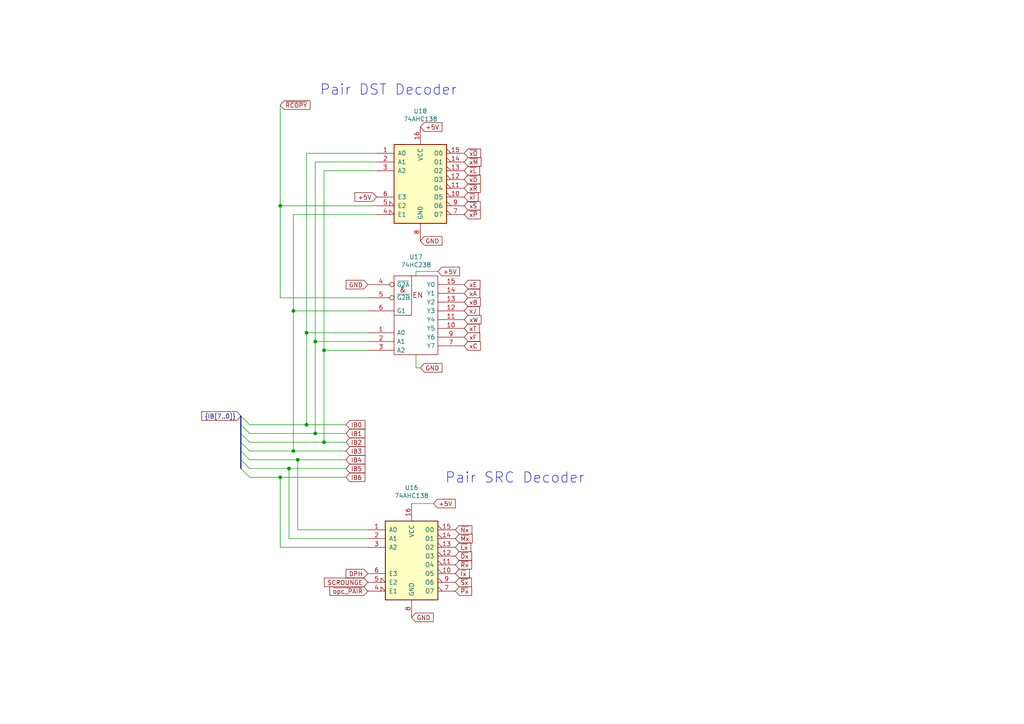
<source format=kicad_sch>
(kicad_sch (version 20231120) (generator "eeschema") (generator_version "8.0")
  (paper "A4")
  (title_block (title "Myth Microcontroller Project") (date "2024-09-21") (rev "1") (company "Picwok.com") (comment 1 "Project Contact: mim@ok-schalter.de (Michael)") (comment 2 "Author: Copyr. 2024 Michael Mangelsdorf/Dosflange@github") (comment 3 "Instruction Decoder Module") (comment 4 "PAIR Decoder"))
  (lib_symbols
    (symbol "74xx:74LS138" (pin_names (offset 1.016))
      (property "Reference" "U" (at -7.62 11.43 0))
      (property "Value" "74LS138" (at -7.62 -13.97 0))
      (symbol "74LS138_1_0"
        (pin input line (at -12.7 7.62 0) (length 5.08) (name "A0") (number "1"))
        (pin output output_low (at 12.7 -5.08 180) (length 5.08) (name "O5") (number "10"))
        (pin output output_low (at 12.7 -2.54 180) (length 5.08) (name "O4") (number "11"))
        (pin output output_low (at 12.7 0 180) (length 5.08) (name "O3") (number "12"))
        (pin output output_low (at 12.7 2.54 180) (length 5.08) (name "O2") (number "13"))
        (pin output output_low (at 12.7 5.08 180) (length 5.08) (name "O1") (number "14"))
        (pin output output_low (at 12.7 7.62 180) (length 5.08) (name "O0") (number "15"))
        (pin power_in line (at 0 15.24 270) (length 5.08) (name "VCC") (number "16"))
        (pin input line (at -12.7 5.08 0) (length 5.08) (name "A1") (number "2"))
        (pin input line (at -12.7 2.54 0) (length 5.08) (name "A2") (number "3"))
        (pin input input_low (at -12.7 -10.16 0) (length 5.08) (name "E1") (number "4"))
        (pin input input_low (at -12.7 -7.62 0) (length 5.08) (name "E2") (number "5"))
        (pin input line (at -12.7 -5.08 0) (length 5.08) (name "E3") (number "6"))
        (pin output output_low (at 12.7 -10.16 180) (length 5.08) (name "O7") (number "7"))
        (pin power_in line (at 0 -17.78 90) (length 5.08) (name "GND") (number "8"))
        (pin output output_low (at 12.7 -7.62 180) (length 5.08) (name "O6") (number "9"))
      )
      (symbol "74LS138_1_1"
        (rectangle (start -7.62 10.16) (end 7.62 -12.7) (stroke (width 0.254)) (fill (type background)))
      )
    )
    (symbol "74xx_IEEE:74HC238" (pin_names (offset 0.762))
      (property "Reference" "U" (at 3.81 8.89 0))
      (property "Value" "74HC238" (at 8.89 -16.51 0))
      (symbol "74HC238_0_0"
        (text "&" (at -3.81 3.556 0) (effects (font (size 1.524 1.524))))
        (text "EN" (at 0.508 2.032 0) (effects (font (size 1.524 1.524))))
        (pin power_in line (at 0 7.62 270) (length 0) hide (name "VCC") (number "16"))
      )
      (symbol "74HC238_0_1"
        (rectangle (start -6.35 7.62) (end 6.35 -15.24))
        (polyline (pts (xy -1.27 7.62) (xy -1.27 -3.81) (xy -6.35 -3.81) (xy -6.35 -3.81)))
      )
      (symbol "74HC238_1_1"
        (pin input line (at -13.97 -8.89 0) (length 7.62) (name "A0") (number "1"))
        (pin output line (at 13.97 -7.62 180) (length 7.62) (name "Y5") (number "10"))
        (pin output line (at 13.97 -5.08 180) (length 7.62) (name "Y4") (number "11"))
        (pin output line (at 13.97 -2.54 180) (length 7.62) (name "Y3") (number "12"))
        (pin output line (at 13.97 0 180) (length 7.62) (name "Y2") (number "13"))
        (pin output line (at 13.97 2.54 180) (length 7.62) (name "Y1") (number "14"))
        (pin output line (at 13.97 5.08 180) (length 7.62) (name "Y0") (number "15"))
        (pin input line (at -13.97 -11.43 0) (length 7.62) (name "A1") (number "2"))
        (pin input line (at -13.97 -13.97 0) (length 7.62) (name "A2") (number "3"))
        (pin input inverted (at -13.97 5.08 0) (length 7.62) (name "~{G2A}") (number "4"))
        (pin input inverted (at -13.97 1.27 0) (length 7.62) (name "~{G2B}") (number "5"))
        (pin input line (at -13.97 -2.54 0) (length 7.62) (name "G1") (number "6"))
        (pin output line (at 13.97 -12.7 180) (length 7.62) (name "Y7") (number "7"))
        (pin power_in line (at 0 -15.24 90) (length 0) hide (name "GND") (number "8"))
        (pin output line (at 13.97 -10.16 180) (length 7.62) (name "Y6") (number "9"))
      )
    )
  )
  (junction (at 91.44 99.06))
  (junction (at 81.28 138.43))
  (junction (at 81.28 59.69))
  (junction (at 93.98 128.27))
  (junction (at 88.9 96.52))
  (junction (at 93.98 101.6))
  (junction (at 88.9 123.19))
  (junction (at 86.36 133.35))
  (junction (at 83.82 135.89))
  (junction (at 85.09 130.81))
  (junction (at 91.44 125.73))
  (junction (at 85.09 90.17))
  (bus_entry (at 69.85 125.73) (size 2.54 2.54))
  (bus_entry (at 69.85 133.35) (size 2.54 2.54))
  (bus_entry (at 69.85 135.89) (size 2.54 2.54))
  (bus_entry (at 69.85 120.65) (size 2.54 2.54))
  (bus_entry (at 69.85 128.27) (size 2.54 2.54))
  (bus_entry (at 69.85 123.19) (size 2.54 2.54))
  (bus_entry (at 69.85 130.81) (size 2.54 2.54))
  (wire (pts (xy 88.9 44.45) (xy 88.9 96.52)))
  (wire (pts (xy 120.65 102.87) (xy 120.65 106.68)))
  (wire (pts (xy 72.39 123.19) (xy 88.9 123.19)))
  (wire (pts (xy 120.65 78.74) (xy 120.65 80.01)))
  (bus (pts (xy 69.85 125.73) (xy 69.85 128.27)))
  (wire (pts (xy 81.28 59.69) (xy 81.28 86.36)))
  (wire (pts (xy 120.65 78.74) (xy 127 78.74)))
  (wire (pts (xy 72.39 125.73) (xy 91.44 125.73)))
  (wire (pts (xy 85.09 62.23) (xy 109.22 62.23)))
  (wire (pts (xy 106.68 86.36) (xy 81.28 86.36)))
  (wire (pts (xy 72.39 135.89) (xy 83.82 135.89)))
  (wire (pts (xy 88.9 96.52) (xy 88.9 123.19)))
  (wire (pts (xy 88.9 96.52) (xy 106.68 96.52)))
  (wire (pts (xy 119.38 146.05) (xy 125.73 146.05)))
  (wire (pts (xy 85.09 90.17) (xy 85.09 130.81)))
  (wire (pts (xy 93.98 101.6) (xy 106.68 101.6)))
  (bus (pts (xy 69.85 123.19) (xy 69.85 125.73)))
  (wire (pts (xy 91.44 99.06) (xy 106.68 99.06)))
  (wire (pts (xy 72.39 133.35) (xy 86.36 133.35)))
  (wire (pts (xy 93.98 101.6) (xy 93.98 128.27)))
  (wire (pts (xy 85.09 90.17) (xy 85.09 62.23)))
  (wire (pts (xy 93.98 49.53) (xy 109.22 49.53)))
  (wire (pts (xy 91.44 99.06) (xy 91.44 125.73)))
  (wire (pts (xy 72.39 128.27) (xy 93.98 128.27)))
  (wire (pts (xy 91.44 125.73) (xy 100.33 125.73)))
  (wire (pts (xy 91.44 46.99) (xy 109.22 46.99)))
  (wire (pts (xy 81.28 158.75) (xy 81.28 138.43)))
  (wire (pts (xy 72.39 138.43) (xy 81.28 138.43)))
  (bus (pts (xy 69.85 128.27) (xy 69.85 130.81)))
  (wire (pts (xy 83.82 156.21) (xy 83.82 135.89)))
  (wire (pts (xy 88.9 123.19) (xy 100.33 123.19)))
  (wire (pts (xy 93.98 49.53) (xy 93.98 101.6)))
  (wire (pts (xy 106.68 90.17) (xy 85.09 90.17)))
  (wire (pts (xy 81.28 59.69) (xy 109.22 59.69)))
  (wire (pts (xy 88.9 44.45) (xy 109.22 44.45)))
  (wire (pts (xy 120.65 106.68) (xy 121.92 106.68)))
  (wire (pts (xy 93.98 128.27) (xy 100.33 128.27)))
  (wire (pts (xy 81.28 138.43) (xy 100.33 138.43)))
  (wire (pts (xy 86.36 133.35) (xy 100.33 133.35)))
  (wire (pts (xy 81.28 158.75) (xy 106.68 158.75)))
  (wire (pts (xy 83.82 135.89) (xy 100.33 135.89)))
  (wire (pts (xy 86.36 153.67) (xy 106.68 153.67)))
  (wire (pts (xy 85.09 130.81) (xy 100.33 130.81)))
  (wire (pts (xy 91.44 46.99) (xy 91.44 99.06)))
  (bus (pts (xy 69.85 133.35) (xy 69.85 135.89)))
  (wire (pts (xy 86.36 153.67) (xy 86.36 133.35)))
  (wire (pts (xy 83.82 156.21) (xy 106.68 156.21)))
  (wire (pts (xy 81.28 30.48) (xy 81.28 59.69)))
  (bus (pts (xy 69.85 120.65) (xy 69.85 123.19)))
  (bus (pts (xy 69.85 130.81) (xy 69.85 133.35)))
  (wire (pts (xy 72.39 130.81) (xy 85.09 130.81)))
  (text "Pair SRC Decoder" (at 129.032 140.462 0) (effects (font (size 3 3)) (justify left bottom)))
  (text "Pair DST Decoder" (at 92.71 27.94 0) (effects (font (size 3 3)) (justify left bottom)))
  (global_label "~{Px}" (shape input) (at 132.08 171.45 0) (property "Intersheetrefs" "${INTERSHEET_REFS}" (effects (hide yes))))
  (global_label "+5V" (shape input) (at 127 78.74 0) (property "Intersheetrefs" "${INTERSHEET_REFS}" (effects (hide yes))))
  (global_label "~{xL}" (shape input) (at 134.62 49.53 0) (property "Intersheetrefs" "${INTERSHEET_REFS}" (effects (hide yes))))
  (global_label "~{xM}" (shape input) (at 134.62 46.99 0) (property "Intersheetrefs" "${INTERSHEET_REFS}" (effects (hide yes))))
  (global_label "IB4" (shape input) (at 100.33 133.35 0) (property "Intersheetrefs" "${INTERSHEET_REFS}" (effects (hide yes))))
  (global_label "IB3" (shape input) (at 100.33 130.81 0) (property "Intersheetrefs" "${INTERSHEET_REFS}" (effects (hide yes))))
  (global_label "GND" (shape input) (at 119.38 179.07 0) (property "Intersheetrefs" "${INTERSHEET_REFS}" (effects (hide yes))))
  (global_label "~{Rx}" (shape input) (at 132.08 163.83 0) (property "Intersheetrefs" "${INTERSHEET_REFS}" (effects (hide yes))))
  (global_label "~{Nx}" (shape input) (at 132.08 153.67 0) (property "Intersheetrefs" "${INTERSHEET_REFS}" (effects (hide yes))))
  (global_label "xF" (shape input) (at 134.62 97.79 0) (property "Intersheetrefs" "${INTERSHEET_REFS}" (effects (hide yes))))
  (global_label "{IB[7..0]}" (shape input) (at 69.85 120.65 180) (property "Intersheetrefs" "${INTERSHEET_REFS}" (effects (hide yes))))
  (global_label "xJ" (shape input) (at 134.62 90.17 0) (property "Intersheetrefs" "${INTERSHEET_REFS}" (effects (hide yes))))
  (global_label "~{opc_PAIR}" (shape input) (at 106.68 171.45 180) (property "Intersheetrefs" "${INTERSHEET_REFS}" (effects (hide yes))))
  (global_label "SCROUNGE" (shape input) (at 106.68 168.91 180) (property "Intersheetrefs" "${INTERSHEET_REFS}" (effects (hide yes))))
  (global_label "+5V" (shape input) (at 109.22 57.15 180) (property "Intersheetrefs" "${INTERSHEET_REFS}" (effects (hide yes))))
  (global_label "GND" (shape input) (at 121.92 106.68 0) (property "Intersheetrefs" "${INTERSHEET_REFS}" (effects (hide yes))))
  (global_label "~{xP}" (shape input) (at 134.62 62.23 0) (property "Intersheetrefs" "${INTERSHEET_REFS}" (effects (hide yes))))
  (global_label "IB6" (shape input) (at 100.33 138.43 0) (property "Intersheetrefs" "${INTERSHEET_REFS}" (effects (hide yes))))
  (global_label "xE" (shape input) (at 134.62 82.55 0) (property "Intersheetrefs" "${INTERSHEET_REFS}" (effects (hide yes))))
  (global_label "~{RCOPY}" (shape input) (at 81.28 30.48 0) (property "Intersheetrefs" "${INTERSHEET_REFS}" (effects (hide yes))))
  (global_label "~{Sx}" (shape input) (at 132.08 168.91 0) (property "Intersheetrefs" "${INTERSHEET_REFS}" (effects (hide yes))))
  (global_label "xW" (shape input) (at 134.62 92.71 0) (property "Intersheetrefs" "${INTERSHEET_REFS}" (effects (hide yes))))
  (global_label "GND" (shape input) (at 106.68 82.55 180) (property "Intersheetrefs" "${INTERSHEET_REFS}" (effects (hide yes))))
  (global_label "~{Mx}" (shape input) (at 132.08 156.21 0) (property "Intersheetrefs" "${INTERSHEET_REFS}" (effects (hide yes))))
  (global_label "IB0" (shape input) (at 100.33 123.19 0) (property "Intersheetrefs" "${INTERSHEET_REFS}" (effects (hide yes))))
  (global_label "~{xO}" (shape input) (at 134.62 44.45 0) (property "Intersheetrefs" "${INTERSHEET_REFS}" (effects (hide yes))))
  (global_label "IB2" (shape input) (at 100.33 128.27 0) (property "Intersheetrefs" "${INTERSHEET_REFS}" (effects (hide yes))))
  (global_label "~{xR}" (shape input) (at 134.62 54.61 0) (property "Intersheetrefs" "${INTERSHEET_REFS}" (effects (hide yes))))
  (global_label "~{Ix}" (shape input) (at 132.08 166.37 0) (property "Intersheetrefs" "${INTERSHEET_REFS}" (effects (hide yes))))
  (global_label "~{xS}" (shape input) (at 134.62 59.69 0) (property "Intersheetrefs" "${INTERSHEET_REFS}" (effects (hide yes))))
  (global_label "IB1" (shape input) (at 100.33 125.73 0) (property "Intersheetrefs" "${INTERSHEET_REFS}" (effects (hide yes))))
  (global_label "~{xD}" (shape input) (at 134.62 52.07 0) (property "Intersheetrefs" "${INTERSHEET_REFS}" (effects (hide yes))))
  (global_label "xC" (shape input) (at 134.62 100.33 0) (property "Intersheetrefs" "${INTERSHEET_REFS}" (effects (hide yes))))
  (global_label "xA" (shape input) (at 134.62 85.09 0) (property "Intersheetrefs" "${INTERSHEET_REFS}" (effects (hide yes))))
  (global_label "GND" (shape input) (at 121.92 69.85 0) (property "Intersheetrefs" "${INTERSHEET_REFS}" (effects (hide yes))))
  (global_label "xT" (shape input) (at 134.62 95.25 0) (property "Intersheetrefs" "${INTERSHEET_REFS}" (effects (hide yes))))
  (global_label "+5V" (shape input) (at 125.73 146.05 0) (property "Intersheetrefs" "${INTERSHEET_REFS}" (effects (hide yes))))
  (global_label "+5V" (shape input) (at 121.92 36.83 0) (property "Intersheetrefs" "${INTERSHEET_REFS}" (effects (hide yes))))
  (global_label "~{Lx}" (shape input) (at 132.08 158.75 0) (property "Intersheetrefs" "${INTERSHEET_REFS}" (effects (hide yes))))
  (global_label "DPH" (shape input) (at 106.68 166.37 180) (property "Intersheetrefs" "${INTERSHEET_REFS}" (effects (hide yes))))
  (global_label "xB" (shape input) (at 134.62 87.63 0) (property "Intersheetrefs" "${INTERSHEET_REFS}" (effects (hide yes))))
  (global_label "~{Dx}" (shape input) (at 132.08 161.29 0) (property "Intersheetrefs" "${INTERSHEET_REFS}" (effects (hide yes))))
  (global_label "~{xI}" (shape input) (at 134.62 57.15 0) (property "Intersheetrefs" "${INTERSHEET_REFS}" (effects (hide yes))))
  (global_label "IB5" (shape input) (at 100.33 135.89 0) (property "Intersheetrefs" "${INTERSHEET_REFS}" (effects (hide yes))))
  (symbol (lib_id "74xx:74LS138") (at 119.38 161.29 0) (unit 1)
    (property "Reference" "U16" (at 119.38 141.4526 0))
    (property "Value" "74AHC138" (at 119.38 143.764 0))
    (property "Footprint" "Package_DIP:DIP-16_W7.62mm_Socket_LongPads" (effects (hide yes)))
    (property "Datasheet" "74xx/74hc_hct74.pdf" (effects (hide yes)))
  )
  (symbol (lib_id "74xx:74LS138") (at 121.92 52.07 0) (unit 1)
    (property "Reference" "U18" (at 121.92 32.2326 0))
    (property "Value" "74AHC138" (at 121.92 34.544 0))
    (property "Footprint" "Package_DIP:DIP-16_W7.62mm_Socket_LongPads" (effects (hide yes)))
    (property "Datasheet" "http://www.ti.com/lit/gpn/sn74LS138" (effects (hide yes)))
  )
  (symbol (lib_id "74xx_IEEE:74HC238") (at 120.65 87.63 0) (unit 1)
    (property "Reference" "U17" (at 120.65 74.5236 0))
    (property "Value" "74HC238" (at 120.65 76.835 0))
    (property "Footprint" "Package_DIP:DIP-16_W7.62mm_Socket_LongPads" (effects (hide yes)))
  )
)
</source>
